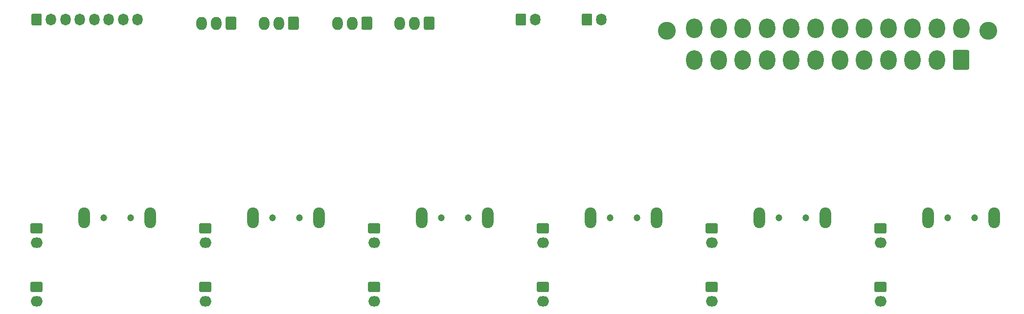
<source format=gbr>
%TF.GenerationSoftware,KiCad,Pcbnew,5.1.10*%
%TF.CreationDate,2021-09-07T22:11:19-04:00*%
%TF.ProjectId,Power Distribution Board Rock64,506f7765-7220-4446-9973-747269627574,rev?*%
%TF.SameCoordinates,Original*%
%TF.FileFunction,Soldermask,Bot*%
%TF.FilePolarity,Negative*%
%FSLAX46Y46*%
G04 Gerber Fmt 4.6, Leading zero omitted, Abs format (unit mm)*
G04 Created by KiCad (PCBNEW 5.1.10) date 2021-09-07 22:11:19*
%MOMM*%
%LPD*%
G01*
G04 APERTURE LIST*
%ADD10C,1.200000*%
%ADD11O,2.000000X3.600000*%
%ADD12O,1.800000X2.100000*%
%ADD13O,1.840000X2.290000*%
%ADD14O,1.800000X2.050000*%
%ADD15O,2.100000X1.800000*%
%ADD16C,3.100000*%
%ADD17O,2.800000X3.400000*%
G04 APERTURE END LIST*
D10*
%TO.C,J10*%
X245350000Y-140420000D03*
X249950000Y-140420000D03*
D11*
X241950000Y-140420000D03*
X253350000Y-140420000D03*
%TD*%
D10*
%TO.C,J9*%
X186930000Y-140420000D03*
X191530000Y-140420000D03*
D11*
X183530000Y-140420000D03*
X194930000Y-140420000D03*
%TD*%
D10*
%TO.C,J8*%
X128510000Y-140420000D03*
X133110000Y-140420000D03*
D11*
X125110000Y-140420000D03*
X136510000Y-140420000D03*
%TD*%
D10*
%TO.C,J4*%
X216140000Y-140420000D03*
X220740000Y-140420000D03*
D11*
X212740000Y-140420000D03*
X224140000Y-140420000D03*
%TD*%
D10*
%TO.C,J3*%
X157720000Y-140420000D03*
X162320000Y-140420000D03*
D11*
X154320000Y-140420000D03*
X165720000Y-140420000D03*
%TD*%
D10*
%TO.C,J2*%
X99300000Y-140420000D03*
X103900000Y-140420000D03*
D11*
X95900000Y-140420000D03*
X107300000Y-140420000D03*
%TD*%
D12*
%TO.C,J26*%
X173950000Y-106045000D03*
G36*
G01*
X170550000Y-106830295D02*
X170550000Y-105259705D01*
G75*
G02*
X170814705Y-104995000I264705J0D01*
G01*
X172085295Y-104995000D01*
G75*
G02*
X172350000Y-105259705I0J-264705D01*
G01*
X172350000Y-106830295D01*
G75*
G02*
X172085295Y-107095000I-264705J0D01*
G01*
X170814705Y-107095000D01*
G75*
G02*
X170550000Y-106830295I0J264705D01*
G01*
G37*
%TD*%
D13*
%TO.C,J25*%
X150495000Y-106680000D03*
X153035000Y-106680000D03*
G36*
G01*
X156495000Y-105799366D02*
X156495000Y-107560634D01*
G75*
G02*
X156230634Y-107825000I-264366J0D01*
G01*
X154919366Y-107825000D01*
G75*
G02*
X154655000Y-107560634I0J264366D01*
G01*
X154655000Y-105799366D01*
G75*
G02*
X154919366Y-105535000I264366J0D01*
G01*
X156230634Y-105535000D01*
G75*
G02*
X156495000Y-105799366I0J-264366D01*
G01*
G37*
%TD*%
%TO.C,J24*%
X139700000Y-106680000D03*
X142240000Y-106680000D03*
G36*
G01*
X145700000Y-105799366D02*
X145700000Y-107560634D01*
G75*
G02*
X145435634Y-107825000I-264366J0D01*
G01*
X144124366Y-107825000D01*
G75*
G02*
X143860000Y-107560634I0J264366D01*
G01*
X143860000Y-105799366D01*
G75*
G02*
X144124366Y-105535000I264366J0D01*
G01*
X145435634Y-105535000D01*
G75*
G02*
X145700000Y-105799366I0J-264366D01*
G01*
G37*
%TD*%
%TO.C,J23*%
X127000000Y-106680000D03*
X129540000Y-106680000D03*
G36*
G01*
X133000000Y-105799366D02*
X133000000Y-107560634D01*
G75*
G02*
X132735634Y-107825000I-264366J0D01*
G01*
X131424366Y-107825000D01*
G75*
G02*
X131160000Y-107560634I0J264366D01*
G01*
X131160000Y-105799366D01*
G75*
G02*
X131424366Y-105535000I264366J0D01*
G01*
X132735634Y-105535000D01*
G75*
G02*
X133000000Y-105799366I0J-264366D01*
G01*
G37*
%TD*%
%TO.C,J22*%
X116205000Y-106680000D03*
X118745000Y-106680000D03*
G36*
G01*
X122205000Y-105799366D02*
X122205000Y-107560634D01*
G75*
G02*
X121940634Y-107825000I-264366J0D01*
G01*
X120629366Y-107825000D01*
G75*
G02*
X120365000Y-107560634I0J264366D01*
G01*
X120365000Y-105799366D01*
G75*
G02*
X120629366Y-105535000I264366J0D01*
G01*
X121940634Y-105535000D01*
G75*
G02*
X122205000Y-105799366I0J-264366D01*
G01*
G37*
%TD*%
D14*
%TO.C,J21*%
X105130000Y-106045000D03*
X102630000Y-106045000D03*
X100130000Y-106045000D03*
X97630000Y-106045000D03*
X95130000Y-106045000D03*
X92630000Y-106045000D03*
X90130000Y-106045000D03*
G36*
G01*
X86730000Y-106805295D02*
X86730000Y-105284705D01*
G75*
G02*
X86994705Y-105020000I264705J0D01*
G01*
X88265295Y-105020000D01*
G75*
G02*
X88530000Y-105284705I0J-264705D01*
G01*
X88530000Y-106805295D01*
G75*
G02*
X88265295Y-107070000I-264705J0D01*
G01*
X86994705Y-107070000D01*
G75*
G02*
X86730000Y-106805295I0J264705D01*
G01*
G37*
%TD*%
D15*
%TO.C,J20*%
X233680000Y-144740000D03*
G36*
G01*
X232894705Y-141340000D02*
X234465295Y-141340000D01*
G75*
G02*
X234730000Y-141604705I0J-264705D01*
G01*
X234730000Y-142875295D01*
G75*
G02*
X234465295Y-143140000I-264705J0D01*
G01*
X232894705Y-143140000D01*
G75*
G02*
X232630000Y-142875295I0J264705D01*
G01*
X232630000Y-141604705D01*
G75*
G02*
X232894705Y-141340000I264705J0D01*
G01*
G37*
%TD*%
%TO.C,J19*%
X175260000Y-144740000D03*
G36*
G01*
X174474705Y-141340000D02*
X176045295Y-141340000D01*
G75*
G02*
X176310000Y-141604705I0J-264705D01*
G01*
X176310000Y-142875295D01*
G75*
G02*
X176045295Y-143140000I-264705J0D01*
G01*
X174474705Y-143140000D01*
G75*
G02*
X174210000Y-142875295I0J264705D01*
G01*
X174210000Y-141604705D01*
G75*
G02*
X174474705Y-141340000I264705J0D01*
G01*
G37*
%TD*%
%TO.C,J18*%
X116840000Y-144740000D03*
G36*
G01*
X116054705Y-141340000D02*
X117625295Y-141340000D01*
G75*
G02*
X117890000Y-141604705I0J-264705D01*
G01*
X117890000Y-142875295D01*
G75*
G02*
X117625295Y-143140000I-264705J0D01*
G01*
X116054705Y-143140000D01*
G75*
G02*
X115790000Y-142875295I0J264705D01*
G01*
X115790000Y-141604705D01*
G75*
G02*
X116054705Y-141340000I264705J0D01*
G01*
G37*
%TD*%
D12*
%TO.C,J17*%
X185380000Y-106045000D03*
G36*
G01*
X181980000Y-106830295D02*
X181980000Y-105259705D01*
G75*
G02*
X182244705Y-104995000I264705J0D01*
G01*
X183515295Y-104995000D01*
G75*
G02*
X183780000Y-105259705I0J-264705D01*
G01*
X183780000Y-106830295D01*
G75*
G02*
X183515295Y-107095000I-264705J0D01*
G01*
X182244705Y-107095000D01*
G75*
G02*
X181980000Y-106830295I0J264705D01*
G01*
G37*
%TD*%
D15*
%TO.C,J16*%
X204470000Y-144740000D03*
G36*
G01*
X203684705Y-141340000D02*
X205255295Y-141340000D01*
G75*
G02*
X205520000Y-141604705I0J-264705D01*
G01*
X205520000Y-142875295D01*
G75*
G02*
X205255295Y-143140000I-264705J0D01*
G01*
X203684705Y-143140000D01*
G75*
G02*
X203420000Y-142875295I0J264705D01*
G01*
X203420000Y-141604705D01*
G75*
G02*
X203684705Y-141340000I264705J0D01*
G01*
G37*
%TD*%
%TO.C,J15*%
X146050000Y-144740000D03*
G36*
G01*
X145264705Y-141340000D02*
X146835295Y-141340000D01*
G75*
G02*
X147100000Y-141604705I0J-264705D01*
G01*
X147100000Y-142875295D01*
G75*
G02*
X146835295Y-143140000I-264705J0D01*
G01*
X145264705Y-143140000D01*
G75*
G02*
X145000000Y-142875295I0J264705D01*
G01*
X145000000Y-141604705D01*
G75*
G02*
X145264705Y-141340000I264705J0D01*
G01*
G37*
%TD*%
%TO.C,J14*%
X87630000Y-144740000D03*
G36*
G01*
X86844705Y-141340000D02*
X88415295Y-141340000D01*
G75*
G02*
X88680000Y-141604705I0J-264705D01*
G01*
X88680000Y-142875295D01*
G75*
G02*
X88415295Y-143140000I-264705J0D01*
G01*
X86844705Y-143140000D01*
G75*
G02*
X86580000Y-142875295I0J264705D01*
G01*
X86580000Y-141604705D01*
G75*
G02*
X86844705Y-141340000I264705J0D01*
G01*
G37*
%TD*%
%TO.C,J13*%
X233680000Y-154900000D03*
G36*
G01*
X232894705Y-151500000D02*
X234465295Y-151500000D01*
G75*
G02*
X234730000Y-151764705I0J-264705D01*
G01*
X234730000Y-153035295D01*
G75*
G02*
X234465295Y-153300000I-264705J0D01*
G01*
X232894705Y-153300000D01*
G75*
G02*
X232630000Y-153035295I0J264705D01*
G01*
X232630000Y-151764705D01*
G75*
G02*
X232894705Y-151500000I264705J0D01*
G01*
G37*
%TD*%
%TO.C,J12*%
X175260000Y-154900000D03*
G36*
G01*
X174474705Y-151500000D02*
X176045295Y-151500000D01*
G75*
G02*
X176310000Y-151764705I0J-264705D01*
G01*
X176310000Y-153035295D01*
G75*
G02*
X176045295Y-153300000I-264705J0D01*
G01*
X174474705Y-153300000D01*
G75*
G02*
X174210000Y-153035295I0J264705D01*
G01*
X174210000Y-151764705D01*
G75*
G02*
X174474705Y-151500000I264705J0D01*
G01*
G37*
%TD*%
%TO.C,J11*%
X116840000Y-154900000D03*
G36*
G01*
X116054705Y-151500000D02*
X117625295Y-151500000D01*
G75*
G02*
X117890000Y-151764705I0J-264705D01*
G01*
X117890000Y-153035295D01*
G75*
G02*
X117625295Y-153300000I-264705J0D01*
G01*
X116054705Y-153300000D01*
G75*
G02*
X115790000Y-153035295I0J264705D01*
G01*
X115790000Y-151764705D01*
G75*
G02*
X116054705Y-151500000I264705J0D01*
G01*
G37*
%TD*%
%TO.C,J7*%
X204470000Y-154900000D03*
G36*
G01*
X203684705Y-151500000D02*
X205255295Y-151500000D01*
G75*
G02*
X205520000Y-151764705I0J-264705D01*
G01*
X205520000Y-153035295D01*
G75*
G02*
X205255295Y-153300000I-264705J0D01*
G01*
X203684705Y-153300000D01*
G75*
G02*
X203420000Y-153035295I0J264705D01*
G01*
X203420000Y-151764705D01*
G75*
G02*
X203684705Y-151500000I264705J0D01*
G01*
G37*
%TD*%
%TO.C,J6*%
X146050000Y-154900000D03*
G36*
G01*
X145264705Y-151500000D02*
X146835295Y-151500000D01*
G75*
G02*
X147100000Y-151764705I0J-264705D01*
G01*
X147100000Y-153035295D01*
G75*
G02*
X146835295Y-153300000I-264705J0D01*
G01*
X145264705Y-153300000D01*
G75*
G02*
X145000000Y-153035295I0J264705D01*
G01*
X145000000Y-151764705D01*
G75*
G02*
X145264705Y-151500000I264705J0D01*
G01*
G37*
%TD*%
%TO.C,J5*%
X87630000Y-154900000D03*
G36*
G01*
X86844705Y-151500000D02*
X88415295Y-151500000D01*
G75*
G02*
X88680000Y-151764705I0J-264705D01*
G01*
X88680000Y-153035295D01*
G75*
G02*
X88415295Y-153300000I-264705J0D01*
G01*
X86844705Y-153300000D01*
G75*
G02*
X86580000Y-153035295I0J264705D01*
G01*
X86580000Y-151764705D01*
G75*
G02*
X86844705Y-151500000I264705J0D01*
G01*
G37*
%TD*%
D16*
%TO.C,J1*%
X196750000Y-107990000D03*
X252350000Y-107990000D03*
D17*
X201450000Y-107530000D03*
X205650000Y-107530000D03*
X209850000Y-107530000D03*
X214050000Y-107530000D03*
X218250000Y-107530000D03*
X222450000Y-107530000D03*
X226650000Y-107530000D03*
X230850000Y-107530000D03*
X235050000Y-107530000D03*
X239250000Y-107530000D03*
X243450000Y-107530000D03*
X247650000Y-107530000D03*
X201450000Y-113030000D03*
X205650000Y-113030000D03*
X209850000Y-113030000D03*
X214050000Y-113030000D03*
X218250000Y-113030000D03*
X222450000Y-113030000D03*
X226650000Y-113030000D03*
X230850000Y-113030000D03*
X235050000Y-113030000D03*
X239250000Y-113030000D03*
X243450000Y-113030000D03*
G36*
G01*
X249050000Y-111589260D02*
X249050000Y-114470740D01*
G75*
G02*
X248790740Y-114730000I-259260J0D01*
G01*
X246509260Y-114730000D01*
G75*
G02*
X246250000Y-114470740I0J259260D01*
G01*
X246250000Y-111589260D01*
G75*
G02*
X246509260Y-111330000I259260J0D01*
G01*
X248790740Y-111330000D01*
G75*
G02*
X249050000Y-111589260I0J-259260D01*
G01*
G37*
%TD*%
M02*

</source>
